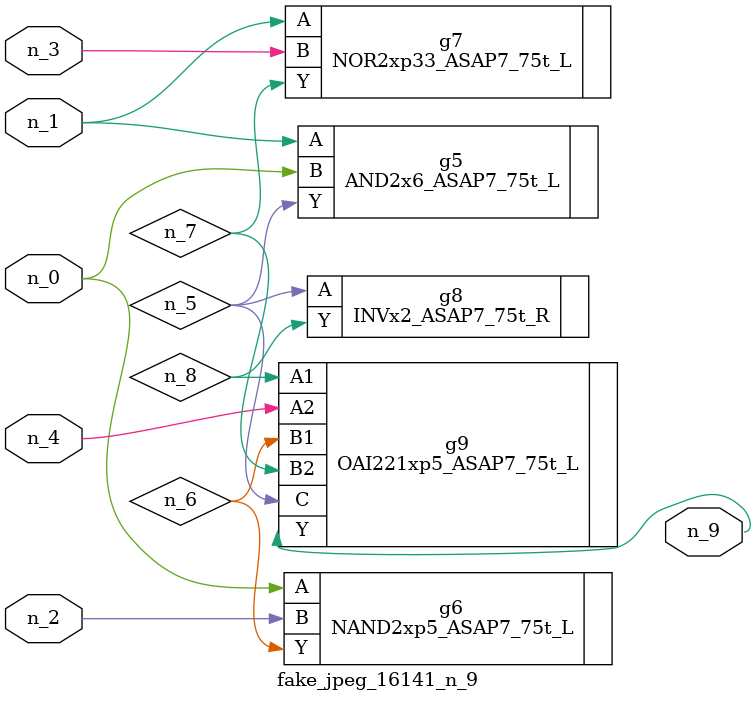
<source format=v>
module fake_jpeg_16141_n_9 (n_3, n_2, n_1, n_0, n_4, n_9);

input n_3;
input n_2;
input n_1;
input n_0;
input n_4;

output n_9;

wire n_8;
wire n_6;
wire n_5;
wire n_7;

AND2x6_ASAP7_75t_L g5 ( 
.A(n_1),
.B(n_0),
.Y(n_5)
);

NAND2xp5_ASAP7_75t_L g6 ( 
.A(n_0),
.B(n_2),
.Y(n_6)
);

NOR2xp33_ASAP7_75t_L g7 ( 
.A(n_1),
.B(n_3),
.Y(n_7)
);

INVx2_ASAP7_75t_R g8 ( 
.A(n_5),
.Y(n_8)
);

OAI221xp5_ASAP7_75t_L g9 ( 
.A1(n_8),
.A2(n_4),
.B1(n_6),
.B2(n_7),
.C(n_5),
.Y(n_9)
);


endmodule
</source>
